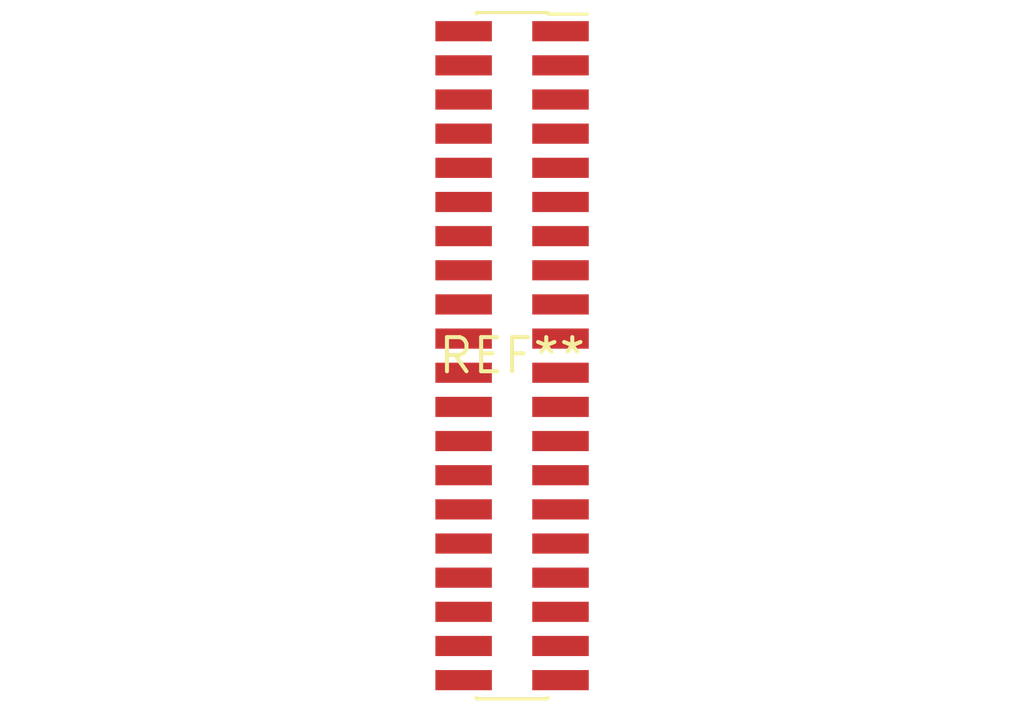
<source format=kicad_pcb>
(kicad_pcb (version 20240108) (generator pcbnew)
  (layers (0 "F.Cu" signal) (31 "B.Cu" signal) (34 "B.Paste" user) (35 "F.Paste" user) (36 "B.SilkS" user "B.Silkscreen") (37 "F.SilkS" user "F.Silkscreen") (38 "B.Mask" user) (39 "F.Mask" user) (44 "Edge.Cuts" user))
  (net 0 "")
  (footprint "PinSocket_2x20_P1.27mm_Vertical_SMD" (layer "F.Cu") (at 0 0)
    (property "Reference" "REF**")
    (property "Value" "PinSocket_2x20_P1.27mm_Vertical_SMD")
    (fp_line (start -1.33 -12.76) (end -1.33 -12.7) (layer "F.SilkS") (stroke (width 0.12)))
    (fp_line (start -1.33 -12.76) (end 1.33 -12.76) (layer "F.SilkS") (stroke (width 0.12)))
    (fp_line (start -1.33 12.7) (end -1.33 12.76) (layer "F.SilkS") (stroke (width 0.12)))
    (fp_line (start -1.33 12.76) (end 1.33 12.76) (layer "F.SilkS") (stroke (width 0.12)))
    (fp_line (start 1.33 -12.76) (end 1.33 -12.7) (layer "F.SilkS") (stroke (width 0.12)))
    (fp_line (start 1.33 -12.7) (end 2.79 -12.7) (layer "F.SilkS") (stroke (width 0.12)))
    (fp_line (start 1.33 12.7) (end 1.33 12.76) (layer "F.SilkS") (stroke (width 0.12)))
    (pad "1" smd rect (at 1.8 -12.065) (size 2.1 0.75) (layers "F.Cu" "F.Paste" "F.Mask"))
    (pad "2" smd rect (at -1.8 -12.065) (size 2.1 0.75) (layers "F.Cu" "F.Paste" "F.Mask"))
    (pad "3" smd rect (at 1.8 -10.795) (size 2.1 0.75) (layers "F.Cu" "F.Paste" "F.Mask"))
    (pad "4" smd rect (at -1.8 -10.795) (size 2.1 0.75) (layers "F.Cu" "F.Paste" "F.Mask"))
    (pad "5" smd rect (at 1.8 -9.525) (size 2.1 0.75) (layers "F.Cu" "F.Paste" "F.Mask"))
    (pad "6" smd rect (at -1.8 -9.525) (size 2.1 0.75) (layers "F.Cu" "F.Paste" "F.Mask"))
    (pad "7" smd rect (at 1.8 -8.255) (size 2.1 0.75) (layers "F.Cu" "F.Paste" "F.Mask"))
    (pad "8" smd rect (at -1.8 -8.255) (size 2.1 0.75) (layers "F.Cu" "F.Paste" "F.Mask"))
    (pad "9" smd rect (at 1.8 -6.985) (size 2.1 0.75) (layers "F.Cu" "F.Paste" "F.Mask"))
    (pad "10" smd rect (at -1.8 -6.985) (size 2.1 0.75) (layers "F.Cu" "F.Paste" "F.Mask"))
    (pad "11" smd rect (at 1.8 -5.715) (size 2.1 0.75) (layers "F.Cu" "F.Paste" "F.Mask"))
    (pad "12" smd rect (at -1.8 -5.715) (size 2.1 0.75) (layers "F.Cu" "F.Paste" "F.Mask"))
    (pad "13" smd rect (at 1.8 -4.445) (size 2.1 0.75) (layers "F.Cu" "F.Paste" "F.Mask"))
    (pad "14" smd rect (at -1.8 -4.445) (size 2.1 0.75) (layers "F.Cu" "F.Paste" "F.Mask"))
    (pad "15" smd rect (at 1.8 -3.175) (size 2.1 0.75) (layers "F.Cu" "F.Paste" "F.Mask"))
    (pad "16" smd rect (at -1.8 -3.175) (size 2.1 0.75) (layers "F.Cu" "F.Paste" "F.Mask"))
    (pad "17" smd rect (at 1.8 -1.905) (size 2.1 0.75) (layers "F.Cu" "F.Paste" "F.Mask"))
    (pad "18" smd rect (at -1.8 -1.905) (size 2.1 0.75) (layers "F.Cu" "F.Paste" "F.Mask"))
    (pad "19" smd rect (at 1.8 -0.635) (size 2.1 0.75) (layers "F.Cu" "F.Paste" "F.Mask"))
    (pad "20" smd rect (at -1.8 -0.635) (size 2.1 0.75) (layers "F.Cu" "F.Paste" "F.Mask"))
    (pad "21" smd rect (at 1.8 0.635) (size 2.1 0.75) (layers "F.Cu" "F.Paste" "F.Mask"))
    (pad "22" smd rect (at -1.8 0.635) (size 2.1 0.75) (layers "F.Cu" "F.Paste" "F.Mask"))
    (pad "23" smd rect (at 1.8 1.905) (size 2.1 0.75) (layers "F.Cu" "F.Paste" "F.Mask"))
    (pad "24" smd rect (at -1.8 1.905) (size 2.1 0.75) (layers "F.Cu" "F.Paste" "F.Mask"))
    (pad "25" smd rect (at 1.8 3.175) (size 2.1 0.75) (layers "F.Cu" "F.Paste" "F.Mask"))
    (pad "26" smd rect (at -1.8 3.175) (size 2.1 0.75) (layers "F.Cu" "F.Paste" "F.Mask"))
    (pad "27" smd rect (at 1.8 4.445) (size 2.1 0.75) (layers "F.Cu" "F.Paste" "F.Mask"))
    (pad "28" smd rect (at -1.8 4.445) (size 2.1 0.75) (layers "F.Cu" "F.Paste" "F.Mask"))
    (pad "29" smd rect (at 1.8 5.715) (size 2.1 0.75) (layers "F.Cu" "F.Paste" "F.Mask"))
    (pad "30" smd rect (at -1.8 5.715) (size 2.1 0.75) (layers "F.Cu" "F.Paste" "F.Mask"))
    (pad "31" smd rect (at 1.8 6.985) (size 2.1 0.75) (layers "F.Cu" "F.Paste" "F.Mask"))
    (pad "32" smd rect (at -1.8 6.985) (size 2.1 0.75) (layers "F.Cu" "F.Paste" "F.Mask"))
    (pad "33" smd rect (at 1.8 8.255) (size 2.1 0.75) (layers "F.Cu" "F.Paste" "F.Mask"))
    (pad "34" smd rect (at -1.8 8.255) (size 2.1 0.75) (layers "F.Cu" "F.Paste" "F.Mask"))
    (pad "35" smd rect (at 1.8 9.525) (size 2.1 0.75) (layers "F.Cu" "F.Paste" "F.Mask"))
    (pad "36" smd rect (at -1.8 9.525) (size 2.1 0.75) (layers "F.Cu" "F.Paste" "F.Mask"))
    (pad "37" smd rect (at 1.8 10.795) (size 2.1 0.75) (layers "F.Cu" "F.Paste" "F.Mask"))
    (pad "38" smd rect (at -1.8 10.795) (size 2.1 0.75) (layers "F.Cu" "F.Paste" "F.Mask"))
    (pad "39" smd rect (at 1.8 12.065) (size 2.1 0.75) (layers "F.Cu" "F.Paste" "F.Mask"))
    (pad "40" smd rect (at -1.8 12.065) (size 2.1 0.75) (layers "F.Cu" "F.Paste" "F.Mask"))
  )
)
</source>
